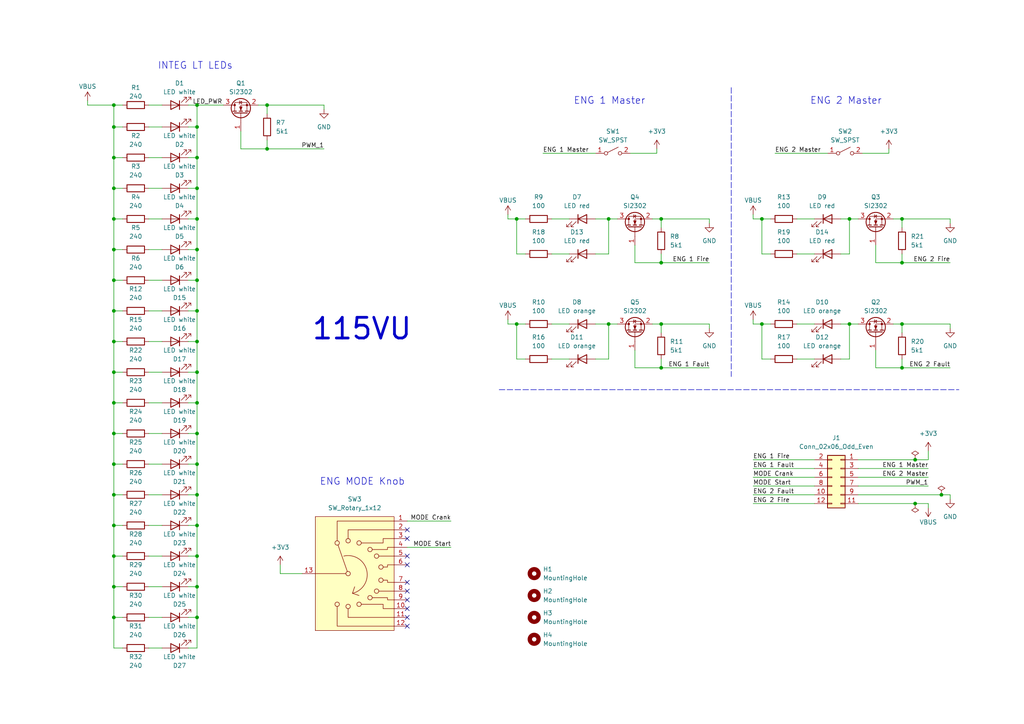
<source format=kicad_sch>
(kicad_sch (version 20230121) (generator eeschema)
  (paper "A4")
  (junction (at 33.02 125.73))
  (junction (at 33.02 90.17))
  (junction (at 57.15 179.07))
  (junction (at 57.15 161.29))
  (junction (at 261.62 93.98))
  (junction (at 33.02 107.95))
  (junction (at 176.53 93.98))
  (junction (at 33.02 45.72))
  (junction (at 57.15 170.18))
  (junction (at 33.02 170.18))
  (junction (at 149.86 63.5))
  (junction (at 33.02 179.07))
  (junction (at 57.15 107.95))
  (junction (at 33.02 30.48))
  (junction (at 191.77 76.2))
  (junction (at 33.02 143.51))
  (junction (at 57.15 152.4))
  (junction (at 57.15 81.28))
  (junction (at 191.77 106.68))
  (junction (at 57.15 116.84))
  (junction (at 57.15 30.48))
  (junction (at 57.15 36.83))
  (junction (at 261.62 63.5))
  (junction (at 57.15 72.39))
  (junction (at 57.15 90.17))
  (junction (at 33.02 116.84))
  (junction (at 57.15 143.51))
  (junction (at 57.15 63.5))
  (junction (at 220.98 63.5))
  (junction (at 57.15 134.62))
  (junction (at 77.47 30.48))
  (junction (at 220.98 93.98))
  (junction (at 261.62 76.2))
  (junction (at 33.02 36.83))
  (junction (at 261.62 106.68))
  (junction (at 33.02 54.61))
  (junction (at 33.02 152.4))
  (junction (at 77.47 43.18))
  (junction (at 33.02 161.29))
  (junction (at 191.77 63.5))
  (junction (at 57.15 125.73))
  (junction (at 33.02 72.39))
  (junction (at 33.02 134.62))
  (junction (at 33.02 99.06))
  (junction (at 57.15 45.72))
  (junction (at 57.15 54.61))
  (junction (at 246.38 93.98))
  (junction (at 57.15 99.06))
  (junction (at 265.43 146.05))
  (junction (at 265.43 133.35))
  (junction (at 273.05 143.51))
  (junction (at 246.38 63.5))
  (junction (at 33.02 81.28))
  (junction (at 33.02 63.5))
  (junction (at 176.53 63.5))
  (junction (at 191.77 93.98))
  (junction (at 149.86 93.98))
  (no_connect (at 118.11 163.83))
  (no_connect (at 118.11 171.45))
  (no_connect (at 118.11 168.91))
  (no_connect (at 118.11 176.53))
  (no_connect (at 118.11 181.61))
  (no_connect (at 118.11 156.21))
  (no_connect (at 118.11 153.67))
  (no_connect (at 118.11 161.29))
  (no_connect (at 118.11 173.99))
  (no_connect (at 118.11 179.07))
  (wire (pts (xy 33.02 161.29) (xy 33.02 170.18)))
  (wire (pts (xy 243.84 104.14) (xy 246.38 104.14)))
  (wire (pts (xy 43.18 170.18) (xy 46.99 170.18)))
  (wire (pts (xy 33.02 125.73) (xy 35.56 125.73)))
  (wire (pts (xy 35.56 187.96) (xy 33.02 187.96)))
  (wire (pts (xy 54.61 170.18) (xy 57.15 170.18)))
  (wire (pts (xy 57.15 134.62) (xy 57.15 143.51)))
  (wire (pts (xy 54.61 36.83) (xy 57.15 36.83)))
  (wire (pts (xy 275.59 93.98) (xy 261.62 93.98)))
  (wire (pts (xy 33.02 107.95) (xy 33.02 116.84)))
  (wire (pts (xy 54.61 125.73) (xy 57.15 125.73)))
  (wire (pts (xy 57.15 54.61) (xy 57.15 63.5)))
  (wire (pts (xy 43.18 134.62) (xy 46.99 134.62)))
  (wire (pts (xy 43.18 152.4) (xy 46.99 152.4)))
  (wire (pts (xy 33.02 63.5) (xy 33.02 72.39)))
  (wire (pts (xy 33.02 143.51) (xy 35.56 143.51)))
  (wire (pts (xy 43.18 116.84) (xy 46.99 116.84)))
  (wire (pts (xy 160.02 104.14) (xy 165.1 104.14)))
  (wire (pts (xy 33.02 179.07) (xy 35.56 179.07)))
  (wire (pts (xy 54.61 99.06) (xy 57.15 99.06)))
  (wire (pts (xy 33.02 134.62) (xy 33.02 143.51)))
  (wire (pts (xy 160.02 93.98) (xy 165.1 93.98)))
  (wire (pts (xy 218.44 93.98) (xy 220.98 93.98)))
  (wire (pts (xy 54.61 143.51) (xy 57.15 143.51)))
  (wire (pts (xy 43.18 30.48) (xy 46.99 30.48)))
  (wire (pts (xy 218.44 140.97) (xy 236.22 140.97)))
  (wire (pts (xy 147.32 62.23) (xy 147.32 63.5)))
  (wire (pts (xy 35.56 134.62) (xy 33.02 134.62)))
  (wire (pts (xy 33.02 143.51) (xy 33.02 152.4)))
  (wire (pts (xy 205.74 93.98) (xy 191.77 93.98)))
  (wire (pts (xy 259.08 63.5) (xy 261.62 63.5)))
  (wire (pts (xy 191.77 76.2) (xy 205.74 76.2)))
  (wire (pts (xy 184.15 71.12) (xy 184.15 76.2)))
  (wire (pts (xy 220.98 93.98) (xy 220.98 104.14)))
  (wire (pts (xy 261.62 76.2) (xy 275.59 76.2)))
  (wire (pts (xy 54.61 72.39) (xy 57.15 72.39)))
  (wire (pts (xy 248.92 143.51) (xy 273.05 143.51)))
  (wire (pts (xy 147.32 93.98) (xy 149.86 93.98)))
  (wire (pts (xy 33.02 107.95) (xy 35.56 107.95)))
  (wire (pts (xy 218.44 146.05) (xy 236.22 146.05)))
  (wire (pts (xy 33.02 30.48) (xy 35.56 30.48)))
  (wire (pts (xy 149.86 63.5) (xy 152.4 63.5)))
  (wire (pts (xy 43.18 45.72) (xy 46.99 45.72)))
  (wire (pts (xy 184.15 101.6) (xy 184.15 106.68)))
  (wire (pts (xy 33.02 36.83) (xy 33.02 45.72)))
  (wire (pts (xy 248.92 140.97) (xy 269.24 140.97)))
  (wire (pts (xy 149.86 93.98) (xy 152.4 93.98)))
  (wire (pts (xy 69.85 43.18) (xy 77.47 43.18)))
  (wire (pts (xy 176.53 93.98) (xy 179.07 93.98)))
  (wire (pts (xy 205.74 64.77) (xy 205.74 63.5)))
  (wire (pts (xy 189.23 93.98) (xy 191.77 93.98)))
  (wire (pts (xy 57.15 179.07) (xy 57.15 187.96)))
  (wire (pts (xy 35.56 36.83) (xy 33.02 36.83)))
  (wire (pts (xy 33.02 63.5) (xy 35.56 63.5)))
  (wire (pts (xy 57.15 161.29) (xy 57.15 170.18)))
  (wire (pts (xy 69.85 38.1) (xy 69.85 43.18)))
  (wire (pts (xy 118.11 151.13) (xy 130.81 151.13)))
  (wire (pts (xy 246.38 63.5) (xy 248.92 63.5)))
  (wire (pts (xy 265.43 146.05) (xy 269.24 146.05)))
  (wire (pts (xy 172.72 104.14) (xy 176.53 104.14)))
  (wire (pts (xy 218.44 62.23) (xy 218.44 63.5)))
  (wire (pts (xy 54.61 63.5) (xy 57.15 63.5)))
  (wire (pts (xy 57.15 72.39) (xy 57.15 81.28)))
  (wire (pts (xy 248.92 133.35) (xy 265.43 133.35)))
  (wire (pts (xy 77.47 40.64) (xy 77.47 43.18)))
  (polyline (pts (xy 144.78 113.03) (xy 278.13 113.03)) (stroke (width 0) (type dash)))
  (wire (pts (xy 81.28 163.83) (xy 81.28 166.37)))
  (wire (pts (xy 43.18 125.73) (xy 46.99 125.73)))
  (wire (pts (xy 93.98 30.48) (xy 77.47 30.48)))
  (wire (pts (xy 33.02 152.4) (xy 35.56 152.4)))
  (wire (pts (xy 205.74 63.5) (xy 191.77 63.5)))
  (wire (pts (xy 254 101.6) (xy 254 106.68)))
  (wire (pts (xy 176.53 63.5) (xy 172.72 63.5)))
  (wire (pts (xy 77.47 43.18) (xy 93.98 43.18)))
  (wire (pts (xy 33.02 116.84) (xy 33.02 125.73)))
  (wire (pts (xy 43.18 107.95) (xy 46.99 107.95)))
  (wire (pts (xy 54.61 54.61) (xy 57.15 54.61)))
  (wire (pts (xy 246.38 63.5) (xy 243.84 63.5)))
  (wire (pts (xy 275.59 63.5) (xy 261.62 63.5)))
  (wire (pts (xy 191.77 63.5) (xy 191.77 66.04)))
  (wire (pts (xy 54.61 161.29) (xy 57.15 161.29)))
  (wire (pts (xy 147.32 92.71) (xy 147.32 93.98)))
  (wire (pts (xy 57.15 90.17) (xy 57.15 99.06)))
  (wire (pts (xy 254 106.68) (xy 261.62 106.68)))
  (wire (pts (xy 57.15 30.48) (xy 57.15 36.83)))
  (wire (pts (xy 57.15 81.28) (xy 57.15 90.17)))
  (wire (pts (xy 243.84 73.66) (xy 246.38 73.66)))
  (wire (pts (xy 43.18 72.39) (xy 46.99 72.39)))
  (wire (pts (xy 57.15 36.83) (xy 57.15 45.72)))
  (wire (pts (xy 269.24 147.32) (xy 269.24 146.05)))
  (wire (pts (xy 25.4 30.48) (xy 25.4 29.21)))
  (wire (pts (xy 81.28 166.37) (xy 87.63 166.37)))
  (wire (pts (xy 152.4 73.66) (xy 149.86 73.66)))
  (wire (pts (xy 269.24 130.81) (xy 269.24 133.35)))
  (wire (pts (xy 275.59 64.77) (xy 275.59 63.5)))
  (wire (pts (xy 118.11 158.75) (xy 130.81 158.75)))
  (wire (pts (xy 191.77 73.66) (xy 191.77 76.2)))
  (wire (pts (xy 231.14 93.98) (xy 236.22 93.98)))
  (wire (pts (xy 218.44 92.71) (xy 218.44 93.98)))
  (wire (pts (xy 218.44 138.43) (xy 236.22 138.43)))
  (wire (pts (xy 33.02 152.4) (xy 33.02 161.29)))
  (wire (pts (xy 43.18 179.07) (xy 46.99 179.07)))
  (wire (pts (xy 218.44 135.89) (xy 236.22 135.89)))
  (wire (pts (xy 57.15 30.48) (xy 64.77 30.48)))
  (wire (pts (xy 152.4 104.14) (xy 149.86 104.14)))
  (wire (pts (xy 261.62 93.98) (xy 261.62 96.52)))
  (wire (pts (xy 33.02 99.06) (xy 35.56 99.06)))
  (wire (pts (xy 57.15 143.51) (xy 57.15 152.4)))
  (wire (pts (xy 191.77 93.98) (xy 191.77 96.52)))
  (wire (pts (xy 160.02 73.66) (xy 165.1 73.66)))
  (wire (pts (xy 248.92 135.89) (xy 269.24 135.89)))
  (wire (pts (xy 33.02 45.72) (xy 35.56 45.72)))
  (wire (pts (xy 184.15 76.2) (xy 191.77 76.2)))
  (wire (pts (xy 54.61 187.96) (xy 57.15 187.96)))
  (wire (pts (xy 33.02 90.17) (xy 33.02 99.06)))
  (wire (pts (xy 220.98 63.5) (xy 220.98 73.66)))
  (wire (pts (xy 231.14 104.14) (xy 236.22 104.14)))
  (wire (pts (xy 275.59 143.51) (xy 275.59 144.78)))
  (wire (pts (xy 273.05 143.51) (xy 275.59 143.51)))
  (wire (pts (xy 35.56 116.84) (xy 33.02 116.84)))
  (wire (pts (xy 254 71.12) (xy 254 76.2)))
  (wire (pts (xy 248.92 138.43) (xy 269.24 138.43)))
  (wire (pts (xy 231.14 73.66) (xy 236.22 73.66)))
  (polyline (pts (xy 212.09 25.4) (xy 212.09 109.22)) (stroke (width 0) (type dash)))
  (wire (pts (xy 57.15 45.72) (xy 57.15 54.61)))
  (wire (pts (xy 43.18 54.61) (xy 46.99 54.61)))
  (wire (pts (xy 218.44 133.35) (xy 236.22 133.35)))
  (wire (pts (xy 54.61 90.17) (xy 57.15 90.17)))
  (wire (pts (xy 57.15 107.95) (xy 57.15 116.84)))
  (wire (pts (xy 157.48 44.45) (xy 172.72 44.45)))
  (wire (pts (xy 43.18 99.06) (xy 46.99 99.06)))
  (wire (pts (xy 246.38 93.98) (xy 248.92 93.98)))
  (wire (pts (xy 275.59 95.25) (xy 275.59 93.98)))
  (wire (pts (xy 54.61 107.95) (xy 57.15 107.95)))
  (wire (pts (xy 33.02 99.06) (xy 33.02 107.95)))
  (wire (pts (xy 33.02 72.39) (xy 33.02 81.28)))
  (wire (pts (xy 54.61 152.4) (xy 57.15 152.4)))
  (wire (pts (xy 57.15 116.84) (xy 57.15 125.73)))
  (wire (pts (xy 57.15 99.06) (xy 57.15 107.95)))
  (wire (pts (xy 176.53 63.5) (xy 179.07 63.5)))
  (wire (pts (xy 33.02 36.83) (xy 33.02 30.48)))
  (wire (pts (xy 57.15 63.5) (xy 57.15 72.39)))
  (wire (pts (xy 77.47 30.48) (xy 77.47 33.02)))
  (wire (pts (xy 33.02 179.07) (xy 33.02 187.96)))
  (wire (pts (xy 265.43 133.35) (xy 269.24 133.35)))
  (wire (pts (xy 231.14 63.5) (xy 236.22 63.5)))
  (wire (pts (xy 224.79 44.45) (xy 240.03 44.45)))
  (wire (pts (xy 54.61 45.72) (xy 57.15 45.72)))
  (wire (pts (xy 220.98 63.5) (xy 223.52 63.5)))
  (wire (pts (xy 176.53 93.98) (xy 172.72 93.98)))
  (wire (pts (xy 57.15 125.73) (xy 57.15 134.62)))
  (wire (pts (xy 254 76.2) (xy 261.62 76.2)))
  (wire (pts (xy 35.56 72.39) (xy 33.02 72.39)))
  (wire (pts (xy 54.61 134.62) (xy 57.15 134.62)))
  (wire (pts (xy 218.44 143.51) (xy 236.22 143.51)))
  (wire (pts (xy 33.02 45.72) (xy 33.02 54.61)))
  (wire (pts (xy 54.61 30.48) (xy 57.15 30.48)))
  (wire (pts (xy 182.88 44.45) (xy 190.5 44.45)))
  (wire (pts (xy 43.18 63.5) (xy 46.99 63.5)))
  (wire (pts (xy 57.15 152.4) (xy 57.15 161.29)))
  (wire (pts (xy 261.62 104.14) (xy 261.62 106.68)))
  (wire (pts (xy 257.81 43.18) (xy 257.81 44.45)))
  (wire (pts (xy 33.02 54.61) (xy 35.56 54.61)))
  (wire (pts (xy 35.56 170.18) (xy 33.02 170.18)))
  (wire (pts (xy 205.74 95.25) (xy 205.74 93.98)))
  (wire (pts (xy 259.08 93.98) (xy 261.62 93.98)))
  (wire (pts (xy 93.98 31.75) (xy 93.98 30.48)))
  (wire (pts (xy 54.61 116.84) (xy 57.15 116.84)))
  (wire (pts (xy 176.53 93.98) (xy 176.53 104.14)))
  (wire (pts (xy 149.86 63.5) (xy 149.86 73.66)))
  (wire (pts (xy 33.02 90.17) (xy 35.56 90.17)))
  (wire (pts (xy 250.19 44.45) (xy 257.81 44.45)))
  (wire (pts (xy 74.93 30.48) (xy 77.47 30.48)))
  (wire (pts (xy 176.53 63.5) (xy 176.53 73.66)))
  (wire (pts (xy 33.02 170.18) (xy 33.02 179.07)))
  (wire (pts (xy 33.02 81.28) (xy 33.02 90.17)))
  (wire (pts (xy 147.32 63.5) (xy 149.86 63.5)))
  (wire (pts (xy 54.61 179.07) (xy 57.15 179.07)))
  (wire (pts (xy 57.15 170.18) (xy 57.15 179.07)))
  (wire (pts (xy 261.62 73.66) (xy 261.62 76.2)))
  (wire (pts (xy 246.38 63.5) (xy 246.38 73.66)))
  (wire (pts (xy 33.02 125.73) (xy 33.02 134.62)))
  (wire (pts (xy 223.52 73.66) (xy 220.98 73.66)))
  (wire (pts (xy 43.18 143.51) (xy 46.99 143.51)))
  (wire (pts (xy 43.18 90.17) (xy 46.99 90.17)))
  (wire (pts (xy 54.61 81.28) (xy 57.15 81.28)))
  (wire (pts (xy 246.38 93.98) (xy 243.84 93.98)))
  (wire (pts (xy 160.02 63.5) (xy 165.1 63.5)))
  (wire (pts (xy 43.18 81.28) (xy 46.99 81.28)))
  (wire (pts (xy 43.18 36.83) (xy 46.99 36.83)))
  (wire (pts (xy 191.77 106.68) (xy 205.74 106.68)))
  (wire (pts (xy 261.62 106.68) (xy 275.59 106.68)))
  (wire (pts (xy 191.77 104.14) (xy 191.77 106.68)))
  (wire (pts (xy 184.15 106.68) (xy 191.77 106.68)))
  (wire (pts (xy 246.38 93.98) (xy 246.38 104.14)))
  (wire (pts (xy 35.56 81.28) (xy 33.02 81.28)))
  (wire (pts (xy 261.62 63.5) (xy 261.62 66.04)))
  (wire (pts (xy 223.52 104.14) (xy 220.98 104.14)))
  (wire (pts (xy 172.72 73.66) (xy 176.53 73.66)))
  (wire (pts (xy 43.18 187.96) (xy 46.99 187.96)))
  (wire (pts (xy 149.86 93.98) (xy 149.86 104.14)))
  (wire (pts (xy 190.5 43.18) (xy 190.5 44.45)))
  (wire (pts (xy 43.18 161.29) (xy 46.99 161.29)))
  (wire (pts (xy 25.4 30.48) (xy 33.02 30.48)))
  (wire (pts (xy 248.92 146.05) (xy 265.43 146.05)))
  (wire (pts (xy 218.44 63.5) (xy 220.98 63.5)))
  (wire (pts (xy 189.23 63.5) (xy 191.77 63.5)))
  (wire (pts (xy 220.98 93.98) (xy 223.52 93.98)))
  (wire (pts (xy 33.02 54.61) (xy 33.02 63.5)))
  (wire (pts (xy 33.02 161.29) (xy 35.56 161.29)))
  (text "ENG 1 Master" (at 166.37 30.48 0) (effects (font (size 2 2)) (justify left bottom)))
  (text "ENG MODE Knob" (at 92.71 140.97 0) (effects (font (size 2 2)) (justify left bottom)))
  (text "115VU" (at 90.17 99.06 0) (effects (font (size 6 6) (thickness 0.8) bold) (justify left bottom)))
  (text "ENG 2 Master" (at 234.95 30.48 0) (effects (font (size 2 2)) (justify left bottom)))
  (text "INTEG LT LEDs" (at 45.72 20.32 0) (effects (font (size 2 2)) (justify left bottom)))
  (label "ENG 1 Fault" (at 218.44 135.89 0))
  (label "PWM_1" (at 269.24 140.97 180))
  (label "MODE Crank" (at 130.81 151.13 180))
  (label "ENG 1 Master" (at 269.24 135.89 180))
  (label "ENG 2 Fault" (at 218.44 143.51 0))
  (label "PWM_1" (at 93.98 43.18 180))
  (label "ENG 1 Master" (at 157.48 44.45 0))
  (label "ENG 2 Master" (at 224.79 44.45 0))
  (label "MODE Start" (at 218.44 140.97 0))
  (label "ENG 2 Fault" (at 275.59 106.68 180))
  (label "ENG 2 Fire" (at 218.44 146.05 0))
  (label "MODE Start" (at 130.81 158.75 180))
  (label "ENG 2 Master" (at 269.24 138.43 180))
  (label "ENG 1 Fire" (at 218.44 133.35 0))
  (label "MODE Crank" (at 218.44 138.43 0))
  (label "ENG 1 Fire" (at 205.74 76.2 180))
  (label "ENG 2 Fire" (at 275.59 76.2 180))
  (label "ENG 1 Fault" (at 205.74 106.68 180))
  (label "LED_PWR" (at 55.88 30.48 0))
  (symbol (lib_id "power:PWR_FLAG") (at 265.43 146.05 180) (unit 1)
    (property "Reference" "#FLG02" (effects hide))
    (property "Value" "PWR_FLAG" (effects hide))
  )
  (symbol (lib_id "Device:R") (at 77.47 36.83 180) (unit 1)
    (property "Reference" "R7" (at 80.01 35.56 0) (effects (justify right)))
    (property "Value" "5k1" (at 80.01 38.1 0) (effects (justify right)))
    (property "Footprint" "Resistor_SMD:R_0603_1608Metric" (effects hide))
    (property "Datasheet" "https://www.lcsc.com/datasheet/lcsc_datasheet_2206010116_UNI-ROYAL-Uniroyal-Elec-0603WAF5101T5E_C23186.pdf" (effects hide))
    (property "JLCPCB Part" "C23186" (effects hide))
    (property "Manufracturer" "UNI-ROYAL(Uniroyal Elec)" (effects hide))
    (property "Manufracturer Part Number" "0603WAF5101T5E" (effects hide))
  )
  (symbol (lib_id "Device:LED") (at 50.8 161.29 180) (unit 1)
    (property "Reference" "D24" (at 52.07 166.37 0))
    (property "Value" "LED white" (at 52.07 163.83 0))
    (property "Footprint" "LED_SMD:LED_0805_2012Metric" (effects hide))
    (property "Datasheet" "https://www.lcsc.com/datasheet/lcsc_datasheet_2402181504_XINGLIGHT-XL-2012WWC-DS_C3646928.pdf" (effects hide))
    (property "Manufracturer" "XINGLIGHT" (effects hide))
    (property "Manufracturer Part Number" "XL-2012WWC-DS" (effects hide))
    (property "JLCPCB Part" "C3646928" (effects hide))
  )
  (symbol (lib_id "power:VBUS") (at 25.4 29.21 0) (unit 1)
    (property "Reference" "#PWR01" (effects hide))
    (property "Value" "VBUS" (at 25.4 25.0769 0))
  )
  (symbol (lib_id "Device:LED") (at 50.8 99.06 180) (unit 1)
    (property "Reference" "D17" (at 52.07 104.14 0))
    (property "Value" "LED white" (at 52.07 101.6 0))
    (property "Footprint" "LED_SMD:LED_0805_2012Metric" (effects hide))
    (property "Datasheet" "https://www.lcsc.com/datasheet/lcsc_datasheet_2402181504_XINGLIGHT-XL-2012WWC-DS_C3646928.pdf" (effects hide))
    (property "Manufracturer" "XINGLIGHT" (effects hide))
    (property "Manufracturer Part Number" "XL-2012WWC-DS" (effects hide))
    (property "JLCPCB Part" "C3646928" (effects hide))
  )
  (symbol (lib_id "Device:R") (at 156.21 63.5 90) (unit 1)
    (property "Reference" "R9" (at 156.21 57.15 90))
    (property "Value" "100" (at 156.21 59.69 90))
    (property "Footprint" "Resistor_SMD:R_0805_2012Metric" (effects hide))
    (property "Datasheet" "https://datasheet.lcsc.com/lcsc/2206010216_UNI-ROYAL-Uniroyal-Elec-0805W8F1000T5E_C17408.pdf" (effects hide))
    (property "JLCPCB Part" "C17408" (effects hide))
    (property "Manufracturer" "UNI-ROYAL(Uniroyal Elec)" (effects hide))
    (property "Manufracturer Part Number" "0805W8F1000T5E" (effects hide))
  )
  (symbol (lib_id "Device:LED") (at 240.03 93.98 0) (unit 1)
    (property "Reference" "D10" (at 238.4425 87.63 0))
    (property "Value" "LED orange" (at 238.4425 90.17 0))
    (property "Footprint" "LED_SMD:LED_0603_1608Metric" (effects hide))
    (property "Datasheet" "https://datasheet.lcsc.com/lcsc/1810201530_BrtLed-Bright-LED-Elec-BL-HKC36G-AV-TRB_C165981.pdf" (effects hide))
    (property "JLCPCB Part" "C165981" (effects hide))
    (property "Manufracturer" "BrtLed(Bright LED Elec)" (effects hide))
    (property "Manufracturer Part Number" "BL-HKC36G-AV-TRB" (effects hide))
  )
  (symbol (lib_id "power:GND") (at 93.98 31.75 0) (unit 1)
    (property "Reference" "#PWR02" (effects hide))
    (property "Value" "GND" (at 93.98 36.83 0))
  )
  (symbol (lib_id "Connector_Generic:Conn_02x06_Odd_Even") (at 243.84 138.43 0) (mirror y) (unit 1)
    (property "Reference" "J1" (at 242.57 127 0))
    (property "Value" "Conn_02x06_Odd_Even" (at 242.57 129.54 0))
    (property "Footprint" "Connector_IDC:IDC-Header_2x06_P2.54mm_Vertical" (effects hide))
  )
  (symbol (lib_id "Device:R") (at 39.37 187.96 90) (unit 1)
    (property "Reference" "R32" (at 39.37 190.5 90))
    (property "Value" "240" (at 39.37 193.04 90))
    (property "Footprint" "Resistor_SMD:R_0805_2012Metric" (effects hide))
    (property "Datasheet" "https://www.lcsc.com/datasheet/lcsc_datasheet_2206010200_UNI-ROYAL-Uniroyal-Elec-0805W8F2400T5E_C17572.pdf" (effects hide))
    (property "Manufracturer" "UNI-ROYAL(Uniroyal Elec)" (effects hide))
    (property "Manufracturer Part Number" "0805W8F2400T5E" (effects hide))
    (property "JLCPCB Part" "C17572" (effects hide))
  )
  (symbol (lib_id "Device:R") (at 39.37 143.51 90) (unit 1)
    (property "Reference" "R27" (at 39.37 146.05 90))
    (property "Value" "240" (at 39.37 148.59 90))
    (property "Footprint" "Resistor_SMD:R_0805_2012Metric" (effects hide))
    (property "Datasheet" "https://www.lcsc.com/datasheet/lcsc_datasheet_2206010200_UNI-ROYAL-Uniroyal-Elec-0805W8F2400T5E_C17572.pdf" (effects hide))
    (property "Manufracturer" "UNI-ROYAL(Uniroyal Elec)" (effects hide))
    (property "Manufracturer Part Number" "0805W8F2400T5E" (effects hide))
    (property "JLCPCB Part" "C17572" (effects hide))
  )
  (symbol (lib_id "Device:R") (at 227.33 63.5 90) (unit 1)
    (property "Reference" "R13" (at 227.33 57.15 90))
    (property "Value" "100" (at 227.33 59.69 90))
    (property "Footprint" "Resistor_SMD:R_0805_2012Metric" (effects hide))
    (property "Datasheet" "https://datasheet.lcsc.com/lcsc/2206010216_UNI-ROYAL-Uniroyal-Elec-0805W8F1000T5E_C17408.pdf" (effects hide))
    (property "JLCPCB Part" "C17408" (effects hide))
    (property "Manufracturer" "UNI-ROYAL(Uniroyal Elec)" (effects hide))
    (property "Manufracturer Part Number" "0805W8F1000T5E" (effects hide))
  )
  (symbol (lib_id "Mechanical:MountingHole") (at 154.94 185.42 0) (unit 1) (in_bom no)
    (property "Reference" "H4" (at 157.48 184.15 0) (effects (justify left)))
    (property "Value" "MountingHole" (at 157.48 186.69 0) (effects (justify left)))
    (property "Footprint" "MountingHole:MountingHole_2.2mm_M2" (effects hide))
  )
  (symbol (lib_id "Device:LED") (at 168.91 104.14 0) (unit 1)
    (property "Reference" "D11" (at 167.3225 97.79 0))
    (property "Value" "LED orange" (at 167.3225 100.33 0))
    (property "Footprint" "LED_SMD:LED_0603_1608Metric" (effects hide))
    (property "Datasheet" "https://datasheet.lcsc.com/lcsc/1810201530_BrtLed-Bright-LED-Elec-BL-HKC36G-AV-TRB_C165981.pdf" (effects hide))
    (property "JLCPCB Part" "C165981" (effects hide))
    (property "Manufracturer" "BrtLed(Bright LED Elec)" (effects hide))
    (property "Manufracturer Part Number" "BL-HKC36G-AV-TRB" (effects hide))
  )
  (symbol (lib_id "Device:LED") (at 50.8 125.73 180) (unit 1)
    (property "Reference" "D20" (at 52.07 130.81 0))
    (property "Value" "LED white" (at 52.07 128.27 0))
    (property "Footprint" "LED_SMD:LED_0805_2012Metric" (effects hide))
    (property "Datasheet" "https://www.lcsc.com/datasheet/lcsc_datasheet_2402181504_XINGLIGHT-XL-2012WWC-DS_C3646928.pdf" (effects hide))
    (property "Manufracturer" "XINGLIGHT" (effects hide))
    (property "Manufracturer Part Number" "XL-2012WWC-DS" (effects hide))
    (property "JLCPCB Part" "C3646928" (effects hide))
  )
  (symbol (lib_id "Transistor_FET:2N7002K") (at 184.15 96.52 90) (unit 1)
    (property "Reference" "Q5" (at 184.15 87.63 90))
    (property "Value" "SI2302" (at 184.15 90.17 90))
    (property "Footprint" "Package_TO_SOT_SMD:SOT-23-3" (effects hide))
    (property "Datasheet" "https://www.lcsc.com/datasheet/lcsc_datasheet_2109011130_YONGYUTAI-SI2302_C2891732.pdf" (effects hide))
    (property "Manufracturer" "YONGYUTAI" (effects hide))
    (property "Manufracturer Part Number" "SI2302" (effects hide))
    (property "JLCPCB Part" "C2891732" (effects hide))
  )
  (symbol (lib_id "Device:R") (at 39.37 134.62 90) (unit 1)
    (property "Reference" "R26" (at 39.37 137.16 90))
    (property "Value" "240" (at 39.37 139.7 90))
    (property "Footprint" "Resistor_SMD:R_0805_2012Metric" (effects hide))
    (property "Datasheet" "https://www.lcsc.com/datasheet/lcsc_datasheet_2206010200_UNI-ROYAL-Uniroyal-Elec-0805W8F2400T5E_C17572.pdf" (effects hide))
    (property "Manufracturer" "UNI-ROYAL(Uniroyal Elec)" (effects hide))
    (property "Manufracturer Part Number" "0805W8F2400T5E" (effects hide))
    (property "JLCPCB Part" "C17572" (effects hide))
  )
  (symbol (lib_id "power:VBUS") (at 218.44 62.23 0) (unit 1)
    (property "Reference" "#PWR019" (effects hide))
    (property "Value" "VBUS" (at 218.44 58.0969 0))
  )
  (symbol (lib_id "Switch:SW_Rotary_1x12") (at 102.87 166.37 0) (unit 1)
    (property "Reference" "SW3" (at 102.87 144.78 0))
    (property "Value" "SW_Rotary_1x12" (at 102.87 147.32 0))
    (property "Footprint" "NiasStuff:C&K_Rotary_Switches" (effects hide))
    (property "Datasheet" "https://www.mouser.de/datasheet/2/240/arotary-3050724.pdf" (effects hide))
    (property "JLCPCB Part" "N/A" (effects hide))
    (property "Manufracturer" "C&K" (effects hide))
    (property "Manufracturer Part Number" "A12505RNZQ " (effects hide))
  )
  (symbol (lib_id "Transistor_FET:2N7002K") (at 254 96.52 90) (unit 1)
    (property "Reference" "Q2" (at 254 87.63 90))
    (property "Value" "SI2302" (at 254 90.17 90))
    (property "Footprint" "Package_TO_SOT_SMD:SOT-23-3" (effects hide))
    (property "Datasheet" "https://www.lcsc.com/datasheet/lcsc_datasheet_2109011130_YONGYUTAI-SI2302_C2891732.pdf" (effects hide))
    (property "Manufracturer" "YONGYUTAI" (effects hide))
    (property "Manufracturer Part Number" "SI2302" (effects hide))
    (property "JLCPCB Part" "C2891732" (effects hide))
  )
  (symbol (lib_id "power:VBUS") (at 147.32 92.71 0) (unit 1)
    (property "Reference" "#PWR09" (effects hide))
    (property "Value" "VBUS" (at 147.32 88.5769 0))
  )
  (symbol (lib_id "Device:LED") (at 50.8 36.83 180) (unit 1)
    (property "Reference" "D2" (at 52.07 41.91 0))
    (property "Value" "LED white" (at 52.07 39.37 0))
    (property "Footprint" "LED_SMD:LED_0805_2012Metric" (effects hide))
    (property "Datasheet" "https://www.lcsc.com/datasheet/lcsc_datasheet_2402181504_XINGLIGHT-XL-2012WWC-DS_C3646928.pdf" (effects hide))
    (property "Manufracturer" "XINGLIGHT" (effects hide))
    (property "Manufracturer Part Number" "XL-2012WWC-DS" (effects hide))
    (property "JLCPCB Part" "C3646928" (effects hide))
  )
  (symbol (lib_id "Device:R") (at 191.77 100.33 180) (unit 1)
    (property "Reference" "R11" (at 194.31 99.06 0) (effects (justify right)))
    (property "Value" "5k1" (at 194.31 101.6 0) (effects (justify right)))
    (property "Footprint" "Resistor_SMD:R_0603_1608Metric" (effects hide))
    (property "Datasheet" "https://www.lcsc.com/datasheet/lcsc_datasheet_2206010116_UNI-ROYAL-Uniroyal-Elec-0603WAF5101T5E_C23186.pdf" (effects hide))
    (property "JLCPCB Part" "C23186" (effects hide))
    (property "Manufracturer" "UNI-ROYAL(Uniroyal Elec)" (effects hide))
    (property "Manufracturer Part Number" "0603WAF5101T5E" (effects hide))
  )
  (symbol (lib_id "Switch:SW_SPST") (at 245.11 44.45 0) (unit 1)
    (property "Reference" "SW2" (at 245.11 38.1 0))
    (property "Value" "SW_SPST" (at 245.11 40.64 0))
    (property "Footprint" "NiasStuff:SW_SPDT_YUEN-FUNG_ST-0-103-A01-T000-RS" (effects hide))
    (property "Datasheet" "https://datasheet.lcsc.com/lcsc/2307200931_YUEN-FUNG-ST-0-103-A01-T000-RS_C1788488.pdf" (effects hide))
    (property "JLCPCB Part" "C1788488" (effects hide))
    (property "Manufracturer" "YUEN FUNG" (effects hide))
    (property "Manufracturer Part Number" "ST-0-103-A01-T000-RS" (effects hide))
  )
  (symbol (lib_id "Device:R") (at 39.37 30.48 90) (unit 1)
    (property "Reference" "R1" (at 39.37 25.4 90))
    (property "Value" "240" (at 39.37 27.94 90))
    (property "Footprint" "Resistor_SMD:R_0805_2012Metric" (effects hide))
    (property "Datasheet" "https://www.lcsc.com/datasheet/lcsc_datasheet_2206010200_UNI-ROYAL-Uniroyal-Elec-0805W8F2400T5E_C17572.pdf" (effects hide))
    (property "Manufracturer" "UNI-ROYAL(Uniroyal Elec)" (effects hide))
    (property "Manufracturer Part Number" "0805W8F2400T5E" (effects hide))
    (property "JLCPCB Part" "C17572" (effects hide))
  )
  (symbol (lib_id "power:+3V3") (at 269.24 130.81 0) (unit 1)
    (property "Reference" "#PWR03" (effects hide))
    (property "Value" "+3V3" (at 269.24 125.73 0))
  )
  (symbol (lib_id "power:VBUS") (at 269.24 147.32 180) (unit 1)
    (property "Reference" "#PWR04" (effects hide))
    (property "Value" "VBUS" (at 269.24 151.4531 0))
  )
  (symbol (lib_id "Device:LED") (at 240.03 63.5 0) (unit 1)
    (property "Reference" "D9" (at 238.4425 57.15 0))
    (property "Value" "LED red" (at 238.4425 59.69 0))
    (property "Footprint" "LED_SMD:LED_0603_1608Metric" (effects hide))
    (property "Datasheet" "https://datasheet.lcsc.com/lcsc/1811131213_BrtLed-Bright-LED-Elec-BL-HUB36G-AV-TRB_C94743.pdf" (effects hide))
    (property "JLCPCB Part" "C94743" (effects hide))
    (property "Manufracturer" "BrtLed(Bright LED Elec)" (effects hide))
    (property "Manufracturer Part Number" "BL-HUB36G-AV-TRB" (effects hide))
  )
  (symbol (lib_id "Device:LED") (at 50.8 30.48 180) (unit 1)
    (property "Reference" "D1" (at 52.07 24.13 0))
    (property "Value" "LED white" (at 52.07 26.67 0))
    (property "Footprint" "LED_SMD:LED_0805_2012Metric" (effects hide))
    (property "Datasheet" "https://www.lcsc.com/datasheet/lcsc_datasheet_2402181504_XINGLIGHT-XL-2012WWC-DS_C3646928.pdf" (effects hide))
    (property "Manufracturer" "XINGLIGHT" (effects hide))
    (property "Manufracturer Part Number" "XL-2012WWC-DS" (effects hide))
    (property "JLCPCB Part" "C3646928" (effects hide))
  )
  (symbol (lib_id "Device:R") (at 261.62 69.85 180) (unit 1)
    (property "Reference" "R21" (at 264.16 68.58 0) (effects (justify right)))
    (property "Value" "5k1" (at 264.16 71.12 0) (effects (justify right)))
    (property "Footprint" "Resistor_SMD:R_0603_1608Metric" (effects hide))
    (property "Datasheet" "https://www.lcsc.com/datasheet/lcsc_datasheet_2206010116_UNI-ROYAL-Uniroyal-Elec-0603WAF5101T5E_C23186.pdf" (effects hide))
    (property "JLCPCB Part" "C23186" (effects hide))
    (property "Manufracturer" "UNI-ROYAL(Uniroyal Elec)" (effects hide))
    (property "Manufracturer Part Number" "0603WAF5101T5E" (effects hide))
  )
  (symbol (lib_id "Device:LED") (at 50.8 45.72 180) (unit 1)
    (property "Reference" "D3" (at 52.07 50.8 0))
    (property "Value" "LED white" (at 52.07 48.26 0))
    (property "Footprint" "LED_SMD:LED_0805_2012Metric" (effects hide))
    (property "Datasheet" "https://www.lcsc.com/datasheet/lcsc_datasheet_2402181504_XINGLIGHT-XL-2012WWC-DS_C3646928.pdf" (effects hide))
    (property "Manufracturer" "XINGLIGHT" (effects hide))
    (property "Manufracturer Part Number" "XL-2012WWC-DS" (effects hide))
    (property "JLCPCB Part" "C3646928" (effects hide))
  )
  (symbol (lib_id "power:+3V3") (at 257.81 43.18 0) (unit 1)
    (property "Reference" "#PWR015" (effects hide))
    (property "Value" "+3V3" (at 257.81 38.1 0))
  )
  (symbol (lib_id "Device:LED") (at 50.8 152.4 180) (unit 1)
    (property "Reference" "D23" (at 52.07 157.48 0))
    (property "Value" "LED white" (at 52.07 154.94 0))
    (property "Footprint" "LED_SMD:LED_0805_2012Metric" (effects hide))
    (property "Datasheet" "https://www.lcsc.com/datasheet/lcsc_datasheet_2402181504_XINGLIGHT-XL-2012WWC-DS_C3646928.pdf" (effects hide))
    (property "Manufracturer" "XINGLIGHT" (effects hide))
    (property "Manufracturer Part Number" "XL-2012WWC-DS" (effects hide))
    (property "JLCPCB Part" "C3646928" (effects hide))
  )
  (symbol (lib_id "power:GND") (at 275.59 95.25 0) (unit 1)
    (property "Reference" "#PWR018" (effects hide))
    (property "Value" "GND" (at 275.59 100.33 0))
  )
  (symbol (lib_id "Mechanical:MountingHole") (at 154.94 166.37 0) (unit 1) (in_bom no)
    (property "Reference" "H1" (at 157.48 165.1 0) (effects (justify left)))
    (property "Value" "MountingHole" (at 157.48 167.64 0) (effects (justify left)))
    (property "Footprint" "MountingHole:MountingHole_2.2mm_M2" (effects hide))
  )
  (symbol (lib_id "Device:R") (at 227.33 73.66 90) (unit 1)
    (property "Reference" "R19" (at 227.33 67.31 90))
    (property "Value" "100" (at 227.33 69.85 90))
    (property "Footprint" "Resistor_SMD:R_0805_2012Metric" (effects hide))
    (property "Datasheet" "https://datasheet.lcsc.com/lcsc/2206010216_UNI-ROYAL-Uniroyal-Elec-0805W8F1000T5E_C17408.pdf" (effects hide))
    (property "JLCPCB Part" "C17408" (effects hide))
    (property "Manufracturer" "UNI-ROYAL(Uniroyal Elec)" (effects hide))
    (property "Manufracturer Part Number" "0805W8F1000T5E" (effects hide))
  )
  (symbol (lib_id "power:GND") (at 205.74 95.25 0) (unit 1)
    (property "Reference" "#PWR08" (effects hide))
    (property "Value" "GND" (at 205.74 100.33 0))
  )
  (symbol (lib_id "Device:R") (at 39.37 170.18 90) (unit 1)
    (property "Reference" "R30" (at 39.37 172.72 90))
    (property "Value" "240" (at 39.37 175.26 90))
    (property "Footprint" "Resistor_SMD:R_0805_2012Metric" (effects hide))
    (property "Datasheet" "https://www.lcsc.com/datasheet/lcsc_datasheet_2206010200_UNI-ROYAL-Uniroyal-Elec-0805W8F2400T5E_C17572.pdf" (effects hide))
    (property "Manufracturer" "UNI-ROYAL(Uniroyal Elec)" (effects hide))
    (property "Manufracturer Part Number" "0805W8F2400T5E" (effects hide))
    (property "JLCPCB Part" "C17572" (effects hide))
  )
  (symbol (lib_id "Transistor_FET:2N7002K") (at 69.85 33.02 90) (unit 1)
    (property "Reference" "Q1" (at 69.85 24.13 90))
    (property "Value" "SI2302" (at 69.85 26.67 90))
    (property "Footprint" "Package_TO_SOT_SMD:SOT-23-3" (effects hide))
    (property "Datasheet" "https://www.lcsc.com/datasheet/lcsc_datasheet_2109011130_YONGYUTAI-SI2302_C2891732.pdf" (effects hide))
    (property "Manufracturer" "YONGYUTAI" (effects hide))
    (property "Manufracturer Part Number" "SI2302" (effects hide))
    (property "JLCPCB Part" "C2891732" (effects hide))
  )
  (symbol (lib_id "Mechanical:MountingHole") (at 154.94 172.72 0) (unit 1) (in_bom no)
    (property "Reference" "H2" (at 157.48 171.45 0) (effects (justify left)))
    (property "Value" "MountingHole" (at 157.48 173.99 0) (effects (justify left)))
    (property "Footprint" "MountingHole:MountingHole_2.2mm_M2" (effects hide))
  )
  (symbol (lib_id "Device:R") (at 39.37 99.06 90) (unit 1)
    (property "Reference" "R22" (at 39.37 101.6 90))
    (property "Value" "240" (at 39.37 104.14 90))
    (property "Footprint" "Resistor_SMD:R_0805_2012Metric" (effects hide))
    (property "Datasheet" "https://www.lcsc.com/datasheet/lcsc_datasheet_2206010200_UNI-ROYAL-Uniroyal-Elec-0805W8F2400T5E_C17572.pdf" (effects hide))
    (property "Manufracturer" "UNI-ROYAL(Uniroyal Elec)" (effects hide))
    (property "Manufracturer Part Number" "0805W8F2400T5E" (effects hide))
    (property "JLCPCB Part" "C17572" (effects hide))
  )
  (symbol (lib_id "Device:R") (at 39.37 161.29 90) (unit 1)
    (property "Reference" "R29" (at 39.37 163.83 90))
    (property "Value" "240" (at 39.37 166.37 90))
    (property "Footprint" "Resistor_SMD:R_0805_2012Metric" (effects hide))
    (property "Datasheet" "https://www.lcsc.com/datasheet/lcsc_datasheet_2206010200_UNI-ROYAL-Uniroyal-Elec-0805W8F2400T5E_C17572.pdf" (effects hide))
    (property "Manufracturer" "UNI-ROYAL(Uniroyal Elec)" (effects hide))
    (property "Manufracturer Part Number" "0805W8F2400T5E" (effects hide))
    (property "JLCPCB Part" "C17572" (effects hide))
  )
  (symbol (lib_id "Device:R") (at 39.37 54.61 90) (unit 1)
    (property "Reference" "R4" (at 39.37 57.15 90))
    (property "Value" "240" (at 39.37 59.69 90))
    (property "Footprint" "Resistor_SMD:R_0805_2012Metric" (effects hide))
    (property "Datasheet" "https://www.lcsc.com/datasheet/lcsc_datasheet_2206010200_UNI-ROYAL-Uniroyal-Elec-0805W8F2400T5E_C17572.pdf" (effects hide))
    (property "Manufracturer" "UNI-ROYAL(Uniroyal Elec)" (effects hide))
    (property "Manufracturer Part Number" "0805W8F2400T5E" (effects hide))
    (property "JLCPCB Part" "C17572" (effects hide))
  )
  (symbol (lib_id "Device:LED") (at 50.8 179.07 180) (unit 1)
    (property "Reference" "D26" (at 52.07 184.15 0))
    (property "Value" "LED white" (at 52.07 181.61 0))
    (property "Footprint" "LED_SMD:LED_0805_2012Metric" (effects hide))
    (property "Datasheet" "https://www.lcsc.com/datasheet/lcsc_datasheet_2402181504_XINGLIGHT-XL-2012WWC-DS_C3646928.pdf" (effects hide))
    (property "Manufracturer" "XINGLIGHT" (effects hide))
    (property "Manufracturer Part Number" "XL-2012WWC-DS" (effects hide))
    (property "JLCPCB Part" "C3646928" (effects hide))
  )
  (symbol (lib_id "Device:R") (at 39.37 63.5 90) (unit 1)
    (property "Reference" "R5" (at 39.37 66.04 90))
    (property "Value" "240" (at 39.37 68.58 90))
    (property "Footprint" "Resistor_SMD:R_0805_2012Metric" (effects hide))
    (property "Datasheet" "https://www.lcsc.com/datasheet/lcsc_datasheet_2206010200_UNI-ROYAL-Uniroyal-Elec-0805W8F2400T5E_C17572.pdf" (effects hide))
    (property "Manufracturer" "UNI-ROYAL(Uniroyal Elec)" (effects hide))
    (property "Manufracturer Part Number" "0805W8F2400T5E" (effects hide))
    (property "JLCPCB Part" "C17572" (effects hide))
  )
  (symbol (lib_id "Device:LED") (at 50.8 81.28 180) (unit 1)
    (property "Reference" "D15" (at 52.07 86.36 0))
    (property "Value" "LED white" (at 52.07 83.82 0))
    (property "Footprint" "LED_SMD:LED_0805_2012Metric" (effects hide))
    (property "Datasheet" "https://www.lcsc.com/datasheet/lcsc_datasheet_2402181504_XINGLIGHT-XL-2012WWC-DS_C3646928.pdf" (effects hide))
    (property "Manufracturer" "XINGLIGHT" (effects hide))
    (property "Manufracturer Part Number" "XL-2012WWC-DS" (effects hide))
    (property "JLCPCB Part" "C3646928" (effects hide))
  )
  (symbol (lib_id "Device:LED") (at 50.8 107.95 180) (unit 1)
    (property "Reference" "D18" (at 52.07 113.03 0))
    (property "Value" "LED white" (at 52.07 110.49 0))
    (property "Footprint" "LED_SMD:LED_0805_2012Metric" (effects hide))
    (property "Datasheet" "https://www.lcsc.com/datasheet/lcsc_datasheet_2402181504_XINGLIGHT-XL-2012WWC-DS_C3646928.pdf" (effects hide))
    (property "Manufracturer" "XINGLIGHT" (effects hide))
    (property "Manufracturer Part Number" "XL-2012WWC-DS" (effects hide))
    (property "JLCPCB Part" "C3646928" (effects hide))
  )
  (symbol (lib_id "Device:R") (at 227.33 93.98 90) (unit 1)
    (property "Reference" "R14" (at 227.33 87.63 90))
    (property "Value" "100" (at 227.33 90.17 90))
    (property "Footprint" "Resistor_SMD:R_0805_2012Metric" (effects hide))
    (property "Datasheet" "https://datasheet.lcsc.com/lcsc/2206010216_UNI-ROYAL-Uniroyal-Elec-0805W8F1000T5E_C17408.pdf" (effects hide))
    (property "JLCPCB Part" "C17408" (effects hide))
    (property "Manufracturer" "UNI-ROYAL(Uniroyal Elec)" (effects hide))
    (property "Manufracturer Part Number" "0805W8F1000T5E" (effects hide))
  )
  (symbol (lib_id "Device:R") (at 39.37 125.73 90) (unit 1)
    (property "Reference" "R25" (at 39.37 128.27 90))
    (property "Value" "240" (at 39.37 130.81 90))
    (property "Footprint" "Resistor_SMD:R_0805_2012Metric" (effects hide))
    (property "Datasheet" "https://www.lcsc.com/datasheet/lcsc_datasheet_2206010200_UNI-ROYAL-Uniroyal-Elec-0805W8F2400T5E_C17572.pdf" (effects hide))
    (property "Manufracturer" "UNI-ROYAL(Uniroyal Elec)" (effects hide))
    (property "Manufracturer Part Number" "0805W8F2400T5E" (effects hide))
    (property "JLCPCB Part" "C17572" (effects hide))
  )
  (symbol (lib_id "Device:R") (at 39.37 179.07 90) (unit 1)
    (property "Reference" "R31" (at 39.37 181.61 90))
    (property "Value" "240" (at 39.37 184.15 90))
    (property "Footprint" "Resistor_SMD:R_0805_2012Metric" (effects hide))
    (property "Datasheet" "https://www.lcsc.com/datasheet/lcsc_datasheet_2206010200_UNI-ROYAL-Uniroyal-Elec-0805W8F2400T5E_C17572.pdf" (effects hide))
    (property "Manufracturer" "UNI-ROYAL(Uniroyal Elec)" (effects hide))
    (property "Manufracturer Part Number" "0805W8F2400T5E" (effects hide))
    (property "JLCPCB Part" "C17572" (effects hide))
  )
  (symbol (lib_id "power:VBUS") (at 218.44 92.71 0) (unit 1)
    (property "Reference" "#PWR014" (effects hide))
    (property "Value" "VBUS" (at 218.44 88.5769 0))
  )
  (symbol (lib_id "power:+3V3") (at 81.28 163.83 0) (unit 1)
    (property "Reference" "#PWR011" (effects hide))
    (property "Value" "+3V3" (at 81.28 158.75 0))
  )
  (symbol (lib_id "Device:R") (at 156.21 104.14 90) (unit 1)
    (property "Reference" "R16" (at 156.21 97.79 90))
    (property "Value" "100" (at 156.21 100.33 90))
    (property "Footprint" "Resistor_SMD:R_0805_2012Metric" (effects hide))
    (property "Datasheet" "https://datasheet.lcsc.com/lcsc/2206010216_UNI-ROYAL-Uniroyal-Elec-0805W8F1000T5E_C17408.pdf" (effects hide))
    (property "JLCPCB Part" "C17408" (effects hide))
    (property "Manufracturer" "UNI-ROYAL(Uniroyal Elec)" (effects hide))
    (property "Manufracturer Part Number" "0805W8F1000T5E" (effects hide))
  )
  (symbol (lib_id "power:PWR_FLAG") (at 273.05 143.51 0) (unit 1)
    (property "Reference" "#FLG03" (effects hide))
    (property "Value" "PWR_FLAG" (effects hide))
  )
  (symbol (lib_id "Switch:SW_SPST") (at 177.8 44.45 0) (unit 1)
    (property "Reference" "SW1" (at 177.8 38.1 0))
    (property "Value" "SW_SPST" (at 177.8 40.64 0))
    (property "Footprint" "NiasStuff:SW_SPDT_YUEN-FUNG_ST-0-103-A01-T000-RS" (effects hide))
    (property "Datasheet" "https://datasheet.lcsc.com/lcsc/2307200931_YUEN-FUNG-ST-0-103-A01-T000-RS_C1788488.pdf" (effects hide))
    (property "JLCPCB Part" "C1788488" (effects hide))
    (property "Manufracturer" "YUEN FUNG" (effects hide))
    (property "Manufracturer Part Number" "ST-0-103-A01-T000-RS" (effects hide))
  )
  (symbol (lib_id "Device:LED") (at 50.8 187.96 180) (unit 1)
    (property "Reference" "D27" (at 52.07 193.04 0))
    (property "Value" "LED white" (at 52.07 190.5 0))
    (property "Footprint" "LED_SMD:LED_0805_2012Metric" (effects hide))
    (property "Datasheet" "https://www.lcsc.com/datasheet/lcsc_datasheet_2402181504_XINGLIGHT-XL-2012WWC-DS_C3646928.pdf" (effects hide))
    (property "Manufracturer" "XINGLIGHT" (effects hide))
    (property "Manufracturer Part Number" "XL-2012WWC-DS" (effects hide))
    (property "JLCPCB Part" "C3646928" (effects hide))
  )
  (symbol (lib_id "Device:R") (at 39.37 107.95 90) (unit 1)
    (property "Reference" "R23" (at 39.37 110.49 90))
    (property "Value" "240" (at 39.37 113.03 90))
    (property "Footprint" "Resistor_SMD:R_0805_2012Metric" (effects hide))
    (property "Datasheet" "https://www.lcsc.com/datasheet/lcsc_datasheet_2206010200_UNI-ROYAL-Uniroyal-Elec-0805W8F2400T5E_C17572.pdf" (effects hide))
    (property "Manufracturer" "UNI-ROYAL(Uniroyal Elec)" (effects hide))
    (property "Manufracturer Part Number" "0805W8F2400T5E" (effects hide))
    (property "JLCPCB Part" "C17572" (effects hide))
  )
  (symbol (lib_id "Device:R") (at 39.37 116.84 90) (unit 1)
    (property "Reference" "R24" (at 39.37 119.38 90))
    (property "Value" "240" (at 39.37 121.92 90))
    (property "Footprint" "Resistor_SMD:R_0805_2012Metric" (effects hide))
    (property "Datasheet" "https://www.lcsc.com/datasheet/lcsc_datasheet_2206010200_UNI-ROYAL-Uniroyal-Elec-0805W8F2400T5E_C17572.pdf" (effects hide))
    (property "Manufracturer" "UNI-ROYAL(Uniroyal Elec)" (effects hide))
    (property "Manufracturer Part Number" "0805W8F2400T5E" (effects hide))
    (property "JLCPCB Part" "C17572" (effects hide))
  )
  (symbol (lib_id "Device:R") (at 191.77 69.85 180) (unit 1)
    (property "Reference" "R8" (at 194.31 68.58 0) (effects (justify right)))
    (property "Value" "5k1" (at 194.31 71.12 0) (effects (justify right)))
    (property "Footprint" "Resistor_SMD:R_0603_1608Metric" (effects hide))
    (property "Datasheet" "https://www.lcsc.com/datasheet/lcsc_datasheet_2206010116_UNI-ROYAL-Uniroyal-Elec-0603WAF5101T5E_C23186.pdf" (effects hide))
    (property "JLCPCB Part" "C23186" (effects hide))
    (property "Manufracturer" "UNI-ROYAL(Uniroyal Elec)" (effects hide))
    (property "Manufracturer Part Number" "0603WAF5101T5E" (effects hide))
  )
  (symbol (lib_id "Device:R") (at 261.62 100.33 180) (unit 1)
    (property "Reference" "R20" (at 264.16 99.06 0) (effects (justify right)))
    (property "Value" "5k1" (at 264.16 101.6 0) (effects (justify right)))
    (property "Footprint" "Resistor_SMD:R_0603_1608Metric" (effects hide))
    (property "Datasheet" "https://www.lcsc.com/datasheet/lcsc_datasheet_2206010116_UNI-ROYAL-Uniroyal-Elec-0603WAF5101T5E_C23186.pdf" (effects hide))
    (property "JLCPCB Part" "C23186" (effects hide))
    (property "Manufracturer" "UNI-ROYAL(Uniroyal Elec)" (effects hide))
    (property "Manufracturer Part Number" "0603WAF5101T5E" (effects hide))
  )
  (symbol (lib_id "power:VBUS") (at 147.32 62.23 0) (unit 1)
    (property "Reference" "#PWR07" (effects hide))
    (property "Value" "VBUS" (at 147.32 58.0969 0))
  )
  (symbol (lib_id "Transistor_FET:2N7002K") (at 184.15 66.04 90) (unit 1)
    (property "Reference" "Q4" (at 184.15 57.15 90))
    (property "Value" "SI2302" (at 184.15 59.69 90))
    (property "Footprint" "Package_TO_SOT_SMD:SOT-23-3" (effects hide))
    (property "Datasheet" "https://www.lcsc.com/datasheet/lcsc_datasheet_2109011130_YONGYUTAI-SI2302_C2891732.pdf" (effects hide))
    (property "Manufracturer" "YONGYUTAI" (effects hide))
    (property "Manufracturer Part Number" "SI2302" (effects hide))
    (property "JLCPCB Part" "C2891732" (effects hide))
  )
  (symbol (lib_id "Device:LED") (at 50.8 143.51 180) (unit 1)
    (property "Reference" "D22" (at 52.07 148.59 0))
    (property "Value" "LED white" (at 52.07 146.05 0))
    (property "Footprint" "LED_SMD:LED_0805_2012Metric" (effects hide))
    (property "Datasheet" "https://www.lcsc.com/datasheet/lcsc_datasheet_2402181504_XINGLIGHT-XL-2012WWC-DS_C3646928.pdf" (effects hide))
    (property "Manufracturer" "XINGLIGHT" (effects hide))
    (property "Manufracturer Part Number" "XL-2012WWC-DS" (effects hide))
    (property "JLCPCB Part" "C3646928" (effects hide))
  )
  (symbol (lib_id "Device:LED") (at 168.91 63.5 0) (unit 1)
    (property "Reference" "D7" (at 167.3225 57.15 0))
    (property "Value" "LED red" (at 167.3225 59.69 0))
    (property "Footprint" "LED_SMD:LED_0603_1608Metric" (effects hide))
    (property "Datasheet" "https://datasheet.lcsc.com/lcsc/1811131213_BrtLed-Bright-LED-Elec-BL-HUB36G-AV-TRB_C94743.pdf" (effects hide))
    (property "JLCPCB Part" "C94743" (effects hide))
    (property "Manufracturer" "BrtLed(Bright LED Elec)" (effects hide))
    (property "Manufracturer Part Number" "BL-HUB36G-AV-TRB" (effects hide))
  )
  (symbol (lib_id "Device:R") (at 39.37 81.28 90) (unit 1)
    (property "Reference" "R12" (at 39.37 83.82 90))
    (property "Value" "240" (at 39.37 86.36 90))
    (property "Footprint" "Resistor_SMD:R_0805_2012Metric" (effects hide))
    (property "Datasheet" "https://www.lcsc.com/datasheet/lcsc_datasheet_2206010200_UNI-ROYAL-Uniroyal-Elec-0805W8F2400T5E_C17572.pdf" (effects hide))
    (property "Manufracturer" "UNI-ROYAL(Uniroyal Elec)" (effects hide))
    (property "Manufracturer Part Number" "0805W8F2400T5E" (effects hide))
    (property "JLCPCB Part" "C17572" (effects hide))
  )
  (symbol (lib_id "power:PWR_FLAG") (at 265.43 133.35 0) (unit 1)
    (property "Reference" "#FLG01" (effects hide))
    (property "Value" "PWR_FLAG" (effects hide))
  )
  (symbol (lib_id "Device:R") (at 39.37 90.17 90) (unit 1)
    (property "Reference" "R15" (at 39.37 92.71 90))
    (property "Value" "240" (at 39.37 95.25 90))
    (property "Footprint" "Resistor_SMD:R_0805_2012Metric" (effects hide))
    (property "Datasheet" "https://www.lcsc.com/datasheet/lcsc_datasheet_2206010200_UNI-ROYAL-Uniroyal-Elec-0805W8F2400T5E_C17572.pdf" (effects hide))
    (property "Manufracturer" "UNI-ROYAL(Uniroyal Elec)" (effects hide))
    (property "Manufracturer Part Number" "0805W8F2400T5E" (effects hide))
    (property "JLCPCB Part" "C17572" (effects hide))
  )
  (symbol (lib_id "Device:R") (at 39.37 45.72 90) (unit 1)
    (property "Reference" "R3" (at 39.37 48.26 90))
    (property "Value" "240" (at 39.37 50.8 90))
    (property "Footprint" "Resistor_SMD:R_0805_2012Metric" (effects hide))
    (property "Datasheet" "https://www.lcsc.com/datasheet/lcsc_datasheet_2206010200_UNI-ROYAL-Uniroyal-Elec-0805W8F2400T5E_C17572.pdf" (effects hide))
    (property "Manufracturer" "UNI-ROYAL(Uniroyal Elec)" (effects hide))
    (property "Manufracturer Part Number" "0805W8F2400T5E" (effects hide))
    (property "JLCPCB Part" "C17572" (effects hide))
  )
  (symbol (lib_id "Device:LED") (at 168.91 73.66 0) (unit 1)
    (property "Reference" "D13" (at 167.3225 67.31 0))
    (property "Value" "LED red" (at 167.3225 69.85 0))
    (property "Footprint" "LED_SMD:LED_0603_1608Metric" (effects hide))
    (property "Datasheet" "https://datasheet.lcsc.com/lcsc/1811131213_BrtLed-Bright-LED-Elec-BL-HUB36G-AV-TRB_C94743.pdf" (effects hide))
    (property "JLCPCB Part" "C94743" (effects hide))
    (property "Manufracturer" "BrtLed(Bright LED Elec)" (effects hide))
    (property "Manufracturer Part Number" "BL-HUB36G-AV-TRB" (effects hide))
  )
  (symbol (lib_id "Device:LED") (at 50.8 116.84 180) (unit 1)
    (property "Reference" "D19" (at 52.07 121.92 0))
    (property "Value" "LED white" (at 52.07 119.38 0))
    (property "Footprint" "LED_SMD:LED_0805_2012Metric" (effects hide))
    (property "Datasheet" "https://www.lcsc.com/datasheet/lcsc_datasheet_2402181504_XINGLIGHT-XL-2012WWC-DS_C3646928.pdf" (effects hide))
    (property "Manufracturer" "XINGLIGHT" (effects hide))
    (property "Manufracturer Part Number" "XL-2012WWC-DS" (effects hide))
    (property "JLCPCB Part" "C3646928" (effects hide))
  )
  (symbol (lib_id "power:+3V3") (at 190.5 43.18 0) (unit 1)
    (property "Reference" "#PWR010" (effects hide))
    (property "Value" "+3V3" (at 190.5 38.1 0))
  )
  (symbol (lib_id "Device:LED") (at 50.8 54.61 180) (unit 1)
    (property "Reference" "D4" (at 52.07 59.69 0))
    (property "Value" "LED white" (at 52.07 57.15 0))
    (property "Footprint" "LED_SMD:LED_0805_2012Metric" (effects hide))
    (property "Datasheet" "https://www.lcsc.com/datasheet/lcsc_datasheet_2402181504_XINGLIGHT-XL-2012WWC-DS_C3646928.pdf" (effects hide))
    (property "Manufracturer" "XINGLIGHT" (effects hide))
    (property "Manufracturer Part Number" "XL-2012WWC-DS" (effects hide))
    (property "JLCPCB Part" "C3646928" (effects hide))
  )
  (symbol (lib_id "Device:R") (at 39.37 72.39 90) (unit 1)
    (property "Reference" "R6" (at 39.37 74.93 90))
    (property "Value" "240" (at 39.37 77.47 90))
    (property "Footprint" "Resistor_SMD:R_0805_2012Metric" (effects hide))
    (property "Datasheet" "https://www.lcsc.com/datasheet/lcsc_datasheet_2206010200_UNI-ROYAL-Uniroyal-Elec-0805W8F2400T5E_C17572.pdf" (effects hide))
    (property "Manufracturer" "UNI-ROYAL(Uniroyal Elec)" (effects hide))
    (property "Manufracturer Part Number" "0805W8F2400T5E" (effects hide))
    (property "JLCPCB Part" "C17572" (effects hide))
  )
  (symbol (lib_id "Device:R") (at 227.33 104.14 90) (unit 1)
    (property "Reference" "R17" (at 227.33 97.79 90))
    (property "Value" "100" (at 227.33 100.33 90))
    (property "Footprint" "Resistor_SMD:R_0805_2012Metric" (effects hide))
    (property "Datasheet" "https://datasheet.lcsc.com/lcsc/2206010216_UNI-ROYAL-Uniroyal-Elec-0805W8F1000T5E_C17408.pdf" (effects hide))
    (property "JLCPCB Part" "C17408" (effects hide))
    (property "Manufracturer" "UNI-ROYAL(Uniroyal Elec)" (effects hide))
    (property "Manufracturer Part Number" "0805W8F1000T5E" (effects hide))
  )
  (symbol (lib_id "Device:LED") (at 240.03 73.66 0) (unit 1)
    (property "Reference" "D14" (at 238.4425 67.31 0))
    (property "Value" "LED red" (at 238.4425 69.85 0))
    (property "Footprint" "LED_SMD:LED_0603_1608Metric" (effects hide))
    (property "Datasheet" "https://datasheet.lcsc.com/lcsc/1811131213_BrtLed-Bright-LED-Elec-BL-HUB36G-AV-TRB_C94743.pdf" (effects hide))
    (property "JLCPCB Part" "C94743" (effects hide))
    (property "Manufracturer" "BrtLed(Bright LED Elec)" (effects hide))
    (property "Manufracturer Part Number" "BL-HUB36G-AV-TRB" (effects hide))
  )
  (symbol (lib_id "power:GND") (at 205.74 64.77 0) (unit 1)
    (property "Reference" "#PWR06" (effects hide))
    (property "Value" "GND" (at 205.74 69.85 0))
  )
  (symbol (lib_id "Device:LED") (at 50.8 90.17 180) (unit 1)
    (property "Reference" "D16" (at 52.07 95.25 0))
    (property "Value" "LED white" (at 52.07 92.71 0))
    (property "Footprint" "LED_SMD:LED_0805_2012Metric" (effects hide))
    (property "Datasheet" "https://www.lcsc.com/datasheet/lcsc_datasheet_2402181504_XINGLIGHT-XL-2012WWC-DS_C3646928.pdf" (effects hide))
    (property "Manufracturer" "XINGLIGHT" (effects hide))
    (property "Manufracturer Part Number" "XL-2012WWC-DS" (effects hide))
    (property "JLCPCB Part" "C3646928" (effects hide))
  )
  (symbol (lib_id "Device:LED") (at 50.8 170.18 180) (unit 1)
    (property "Reference" "D25" (at 52.07 175.26 0))
    (property "Value" "LED white" (at 52.07 172.72 0))
    (property "Footprint" "LED_SMD:LED_0805_2012Metric" (effects hide))
    (property "Datasheet" "https://www.lcsc.com/datasheet/lcsc_datasheet_2402181504_XINGLIGHT-XL-2012WWC-DS_C3646928.pdf" (effects hide))
    (property "Manufracturer" "XINGLIGHT" (effects hide))
    (property "Manufracturer Part Number" "XL-2012WWC-DS" (effects hide))
    (property "JLCPCB Part" "C3646928" (effects hide))
  )
  (symbol (lib_id "power:GND") (at 275.59 64.77 0) (unit 1)
    (property "Reference" "#PWR013" (effects hide))
    (property "Value" "GND" (at 275.59 69.85 0))
  )
  (symbol (lib_id "Device:R") (at 156.21 93.98 90) (unit 1)
    (property "Reference" "R10" (at 156.21 87.63 90))
    (property "Value" "100" (at 156.21 90.17 90))
    (property "Footprint" "Resistor_SMD:R_0805_2012Metric" (effects hide))
    (property "Datasheet" "https://datasheet.lcsc.com/lcsc/2206010216_UNI-ROYAL-Uniroyal-Elec-0805W8F1000T5E_C17408.pdf" (effects hide))
    (property "JLCPCB Part" "C17408" (effects hide))
    (property "Manufracturer" "UNI-ROYAL(Uniroyal Elec)" (effects hide))
    (property "Manufracturer Part Number" "0805W8F1000T5E" (effects hide))
  )
  (symbol (lib_id "power:GND") (at 275.59 144.78 0) (unit 1)
    (property "Reference" "#PWR05" (effects hide))
    (property "Value" "GND" (at 275.59 149.86 0))
  )
  (symbol (lib_id "Device:LED") (at 168.91 93.98 0) (unit 1)
    (property "Reference" "D8" (at 167.3225 87.63 0))
    (property "Value" "LED orange" (at 167.3225 90.17 0))
    (property "Footprint" "LED_SMD:LED_0603_1608Metric" (effects hide))
    (property "Datasheet" "https://datasheet.lcsc.com/lcsc/1810201530_BrtLed-Bright-LED-Elec-BL-HKC36G-AV-TRB_C165981.pdf" (effects hide))
    (property "JLCPCB Part" "C165981" (effects hide))
    (property "Manufracturer" "BrtLed(Bright LED Elec)" (effects hide))
    (property "Manufracturer Part Number" "BL-HKC36G-AV-TRB" (effects hide))
  )
  (symbol (lib_id "Device:LED") (at 50.8 63.5 180) (unit 1)
    (property "Reference" "D5" (at 52.07 68.58 0))
    (property "Value" "LED white" (at 52.07 66.04 0))
    (property "Footprint" "LED_SMD:LED_0805_2012Metric" (effects hide))
    (property "Datasheet" "https://www.lcsc.com/datasheet/lcsc_datasheet_2402181504_XINGLIGHT-XL-2012WWC-DS_C3646928.pdf" (effects hide))
    (property "Manufracturer" "XINGLIGHT" (effects hide))
    (property "Manufracturer Part Number" "XL-2012WWC-DS" (effects hide))
    (property "JLCPCB Part" "C3646928" (effects hide))
  )
  (symbol (lib_id "Device:R") (at 39.37 36.83 90) (unit 1)
    (property "Reference" "R2" (at 39.37 39.37 90))
    (property "Value" "240" (at 39.37 41.91 90))
    (property "Footprint" "Resistor_SMD:R_0805_2012Metric" (effects hide))
    (property "Datasheet" "https://www.lcsc.com/datasheet/lcsc_datasheet_2206010200_UNI-ROYAL-Uniroyal-Elec-0805W8F2400T5E_C17572.pdf" (effects hide))
    (property "Manufracturer" "UNI-ROYAL(Uniroyal Elec)" (effects hide))
    (property "Manufracturer Part Number" "0805W8F2400T5E" (effects hide))
    (property "JLCPCB Part" "C17572" (effects hide))
  )
  (symbol (lib_id "Device:LED") (at 50.8 134.62 180) (unit 1)
    (property "Reference" "D21" (at 52.07 139.7 0))
    (property "Value" "LED white" (at 52.07 137.16 0))
    (property "Footprint" "LED_SMD:LED_0805_2012Metric" (effects hide))
    (property "Datasheet" "https://www.lcsc.com/datasheet/lcsc_datasheet_2402181504_XINGLIGHT-XL-2012WWC-DS_C3646928.pdf" (effects hide))
    (property "Manufracturer" "XINGLIGHT" (effects hide))
    (property "Manufracturer Part Number" "XL-2012WWC-DS" (effects hide))
    (property "JLCPCB Part" "C3646928" (effects hide))
  )
  (symbol (lib_id "Mechanical:MountingHole") (at 154.94 179.07 0) (unit 1) (in_bom no)
    (property "Reference" "H3" (at 157.48 177.8 0) (effects (justify left)))
    (property "Value" "MountingHole" (at 157.48 180.34 0) (effects (justify left)))
    (property "Footprint" "MountingHole:MountingHole_2.2mm_M2" (effects hide))
  )
  (symbol (lib_id "Device:R") (at 156.21 73.66 90) (unit 1)
    (property "Reference" "R18" (at 156.21 67.31 90))
    (property "Value" "100" (at 156.21 69.85 90))
    (property "Footprint" "Resistor_SMD:R_0805_2012Metric" (effects hide))
    (property "Datasheet" "https://datasheet.lcsc.com/lcsc/2206010216_UNI-ROYAL-Uniroyal-Elec-0805W8F1000T5E_C17408.pdf" (effects hide))
    (property "JLCPCB Part" "C17408" (effects hide))
    (property "Manufracturer" "UNI-ROYAL(Uniroyal Elec)" (effects hide))
    (property "Manufracturer Part Number" "0805W8F1000T5E" (effects hide))
  )
  (symbol (lib_id "Device:LED") (at 50.8 72.39 180) (unit 1)
    (property "Reference" "D6" (at 52.07 77.47 0))
    (property "Value" "LED white" (at 52.07 74.93 0))
    (property "Footprint" "LED_SMD:LED_0805_2012Metric" (effects hide))
    (property "Datasheet" "https://www.lcsc.com/datasheet/lcsc_datasheet_2402181504_XINGLIGHT-XL-2012WWC-DS_C3646928.pdf" (effects hide))
    (property "Manufracturer" "XINGLIGHT" (effects hide))
    (property "Manufracturer Part Number" "XL-2012WWC-DS" (effects hide))
    (property "JLCPCB Part" "C3646928" (effects hide))
  )
  (symbol (lib_id "Transistor_FET:2N7002K") (at 254 66.04 90) (unit 1)
    (property "Reference" "Q3" (at 254 57.15 90))
    (property "Value" "SI2302" (at 254 59.69 90))
    (property "Footprint" "Package_TO_SOT_SMD:SOT-23-3" (effects hide))
    (property "Datasheet" "https://www.lcsc.com/datasheet/lcsc_datasheet_2109011130_YONGYUTAI-SI2302_C2891732.pdf" (effects hide))
    (property "Manufracturer" "YONGYUTAI" (effects hide))
    (property "Manufracturer Part Number" "SI2302" (effects hide))
    (property "JLCPCB Part" "C2891732" (effects hide))
  )
  (symbol (lib_id "Device:LED") (at 240.03 104.14 0) (unit 1)
    (property "Reference" "D12" (at 238.4425 97.79 0))
    (property "Value" "LED orange" (at 238.4425 100.33 0))
    (property "Footprint" "LED_SMD:LED_0603_1608Metric" (effects hide))
    (property "Datasheet" "https://datasheet.lcsc.com/lcsc/1810201530_BrtLed-Bright-LED-Elec-BL-HKC36G-AV-TRB_C165981.pdf" (effects hide))
    (property "JLCPCB Part" "C165981" (effects hide))
    (property "Manufracturer" "BrtLed(Bright LED Elec)" (effects hide))
    (property "Manufracturer Part Number" "BL-HKC36G-AV-TRB" (effects hide))
  )
  (symbol (lib_id "Device:R") (at 39.37 152.4 90) (unit 1)
    (property "Reference" "R28" (at 39.37 154.94 90))
    (property "Value" "240" (at 39.37 157.48 90))
    (property "Footprint" "Resistor_SMD:R_0805_2012Metric" (effects hide))
    (property "Datasheet" "https://www.lcsc.com/datasheet/lcsc_datasheet_2206010200_UNI-ROYAL-Uniroyal-Elec-0805W8F2400T5E_C17572.pdf" (effects hide))
    (property "Manufracturer" "UNI-ROYAL(Uniroyal Elec)" (effects hide))
    (property "Manufracturer Part Number" "0805W8F2400T5E" (effects hide))
    (property "JLCPCB Part" "C17572" (effects hide))
  )
)
</source>
